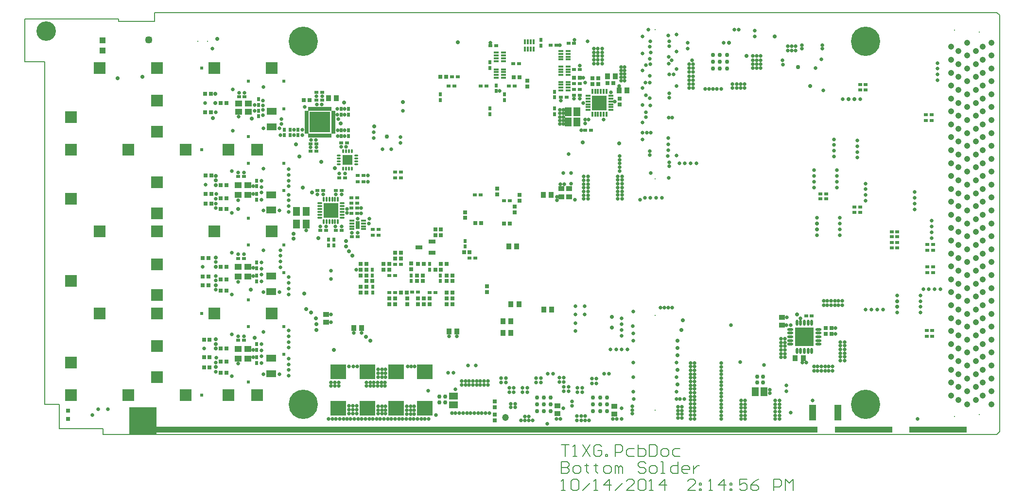
<source format=gbs>
%FSLAX44Y44*%
%MOMM*%
G71*
G01*
G75*
G04 Layer_Color=16711935*
%ADD10O,0.9500X0.3500*%
%ADD11O,0.3500X0.9500*%
%ADD12R,3.1500X3.1500*%
%ADD13O,0.2800X0.8500*%
%ADD14O,0.8500X0.2800*%
%ADD15R,1.7000X1.7000*%
%ADD16R,0.4000X0.7500*%
%ADD17R,0.9000X0.2000*%
%ADD18R,2.0500X2.0500*%
%ADD19R,2.0500X2.0500*%
%ADD20R,0.2000X0.9000*%
%ADD21R,0.7500X0.4000*%
%ADD22R,0.5000X1.3000*%
%ADD23R,2.0000X0.5000*%
%ADD24R,0.3500X0.9000*%
%ADD25R,1.2000X2.6000*%
%ADD26R,0.6300X0.6500*%
%ADD27R,0.9200X4.0000*%
%ADD28R,2.6700X4.0000*%
%ADD29R,0.6000X0.6000*%
%ADD30R,0.2500X0.4000*%
%ADD31O,0.6500X0.2500*%
%ADD32O,0.2500X0.6500*%
%ADD33R,0.7000X0.5000*%
%ADD34R,0.6500X0.8000*%
%ADD35R,0.8000X0.8000*%
%ADD36R,2.8500X3.3000*%
%ADD37R,3.1750X4.9530*%
%ADD38R,1.2000X1.5000*%
%ADD39R,0.9500X0.5500*%
%ADD40R,2.7940X0.7366*%
%ADD41C,0.3300*%
%ADD42R,5.2000X1.4000*%
%ADD43R,2.6000X1.1000*%
%ADD44R,1.1000X1.7000*%
%ADD45R,1.1000X1.4000*%
%ADD46R,0.6000X0.5000*%
%ADD47C,0.4500*%
%ADD48R,2.5500X2.7000*%
%ADD49R,0.6000X0.6000*%
%ADD50R,0.5000X0.6000*%
%ADD51R,1.7000X1.1000*%
%ADD52R,0.9000X0.8000*%
%ADD53R,0.8000X0.9000*%
%ADD54R,1.1000X2.6000*%
%ADD55R,1.4000X5.2000*%
%ADD56R,2.7000X2.5500*%
%ADD57R,4.9530X3.1750*%
%ADD58R,3.1500X3.1500*%
%ADD59C,0.2540*%
%ADD60C,0.1270*%
%ADD61C,0.5040*%
%ADD62C,0.5588*%
%ADD63C,0.5080*%
%ADD64C,0.2032*%
%ADD65C,0.3048*%
%ADD66C,0.1651*%
%ADD67C,0.3810*%
%ADD68C,0.1524*%
%ADD69R,0.6000X0.5000*%
%ADD70R,2.5000X0.7000*%
%ADD71R,2.3000X5.0000*%
%ADD72R,11.1000X6.2500*%
%ADD73R,2.8000X0.9000*%
%ADD74R,2.2000X2.1000*%
%ADD75R,1.2000X3.0000*%
%ADD76R,2.2000X1.8000*%
%ADD77R,5.2500X2.0000*%
%ADD78R,2.6000X2.7000*%
%ADD79R,1.6000X3.4000*%
%ADD80R,3.0000X4.3000*%
%ADD81R,1.9500X0.7500*%
%ADD82R,4.4500X1.0500*%
%ADD83R,1.0500X4.5000*%
%ADD84R,6.2000X6.0500*%
%ADD85R,1.1000X3.5000*%
%ADD86R,1.0000X1.4000*%
%ADD87R,1.6000X0.7000*%
%ADD88R,2.6500X1.5500*%
%ADD89R,2.3000X2.0500*%
%ADD90R,6.2000X5.1000*%
%ADD91R,15.8500X3.5500*%
%ADD92R,1.4000X1.3000*%
%ADD93R,1.7500X0.8000*%
%ADD94R,6.0000X4.0000*%
%ADD95R,0.6000X0.6500*%
%ADD96R,7.5500X2.8500*%
%ADD97R,1.6000X2.4500*%
%ADD98R,0.7500X1.9500*%
%ADD99R,2.5500X1.3000*%
%ADD100R,1.8500X1.5000*%
%ADD101R,2.5000X1.0000*%
%ADD102R,4.6000X1.0000*%
%ADD103R,2.4000X0.9500*%
%ADD104R,2.5000X0.7250*%
%ADD105R,1.0000X0.5000*%
%ADD106R,1.4000X0.5000*%
%ADD107R,2.3000X1.5000*%
%ADD108R,0.8500X0.8000*%
%ADD109R,0.8500X0.8000*%
%ADD110R,1.2250X0.5000*%
%ADD111R,4.0000X1.5000*%
%ADD112R,4.0000X2.0000*%
%ADD113R,1.1750X1.6750*%
%ADD114R,3.7500X1.3000*%
%ADD115R,4.3000X3.2000*%
%ADD116R,3.3000X4.1000*%
%ADD117R,4.5000X3.2000*%
%ADD118R,2.3000X1.1000*%
%ADD119R,2.1000X1.0000*%
%ADD120R,2.8000X3.4000*%
%ADD121R,2.0000X0.8000*%
%ADD122R,1.3000X3.9000*%
%ADD123R,1.9000X0.6000*%
%ADD124R,1.0000X2.7000*%
%ADD125R,2.3500X0.7000*%
%ADD126R,2.3500X1.5000*%
%ADD127R,0.8000X2.0500*%
%ADD128R,0.8000X1.9000*%
%ADD129R,1.1000X1.4500*%
%ADD130R,3.7000X2.8500*%
%ADD131R,3.3500X9.0500*%
%ADD132R,4.3500X19.5500*%
%ADD133R,2.9000X11.0000*%
%ADD134R,4.1000X4.4000*%
%ADD135R,3.0000X4.4000*%
%ADD136R,3.0000X1.9500*%
%ADD137R,0.9000X1.1000*%
%ADD138R,0.6500X0.4500*%
%ADD139R,4.8000X1.4000*%
%ADD140R,1.9500X9.7500*%
%ADD141R,1.6000X6.3000*%
%ADD142R,5.2000X3.1000*%
%ADD143R,9.3000X3.0000*%
%ADD144R,5.8000X1.6000*%
%ADD145R,0.9000X1.4000*%
%ADD146R,2.1000X3.3000*%
%ADD147R,10.7000X1.1000*%
%ADD148R,1.0000X1.2000*%
%ADD149R,10.7000X1.6000*%
%ADD150R,2.6000X6.4000*%
%ADD151R,2.0000X3.0000*%
%ADD152R,0.9000X0.9000*%
%ADD153R,4.0000X4.9000*%
%ADD154R,0.8000X3.0000*%
%ADD155R,2.3000X1.7000*%
%ADD156R,3.0000X5.4000*%
%ADD157R,0.8000X0.7000*%
%ADD158R,0.8000X0.4000*%
%ADD159R,0.8000X0.7000*%
%ADD160R,0.7000X0.4000*%
%ADD161R,2.8000X0.7000*%
%ADD162R,1.0000X0.4000*%
%ADD163R,1.6500X0.8000*%
%ADD164R,1.1500X0.5000*%
%ADD165R,1.3500X0.8000*%
%ADD166R,1.1000X0.5000*%
%ADD167R,1.5500X1.5000*%
%ADD168R,1.6000X1.5000*%
%ADD169R,0.9500X1.0500*%
%ADD170R,0.9000X0.5000*%
%ADD171R,1.5000X0.9500*%
%ADD172C,0.1500*%
%ADD173C,0.5000*%
%ADD174R,2.0000X2.0000*%
%ADD175C,0.2000*%
%ADD176C,0.1270*%
%ADD177C,0.9500*%
%ADD178C,0.6000*%
%ADD179C,0.5080*%
%ADD180C,5.0000*%
%ADD181R,4.7000X4.7000*%
%ADD182C,3.3000*%
G04:AMPARAMS|DCode=183|XSize=1mm|YSize=1mm|CornerRadius=0.25mm|HoleSize=0mm|Usage=FLASHONLY|Rotation=0.000|XOffset=0mm|YOffset=0mm|HoleType=Round|Shape=RoundedRectangle|*
%AMROUNDEDRECTD183*
21,1,1.0000,0.5000,0,0,0.0*
21,1,0.5000,1.0000,0,0,0.0*
1,1,0.5000,0.2500,-0.2500*
1,1,0.5000,-0.2500,-0.2500*
1,1,0.5000,-0.2500,0.2500*
1,1,0.5000,0.2500,0.2500*
%
%ADD183ROUNDEDRECTD183*%
%ADD184C,0.6600*%
%ADD185C,0.5588*%
%ADD186C,1.0160*%
%ADD187C,1.3970*%
%ADD188C,0.8890*%
%ADD189C,2.8000*%
%ADD190R,1.6000X0.5000*%
%ADD191R,0.5000X1.6000*%
%ADD192R,2.5000X3.3000*%
%ADD193R,10.0000X6.4000*%
%ADD194R,5.0000X3.3000*%
%ADD195R,1.4000X1.6000*%
%ADD196C,1.4580*%
%ADD197C,1.5580*%
%ADD198C,1.3580*%
%ADD199C,2.0580*%
%ADD200C,1.2080*%
%ADD201C,1.4080*%
%ADD202C,1.3480*%
%ADD203C,1.1680*%
%ADD204C,1.5240*%
%ADD205C,2.3080*%
G04:AMPARAMS|DCode=206|XSize=1.158mm|YSize=1.158mm|CornerRadius=0mm|HoleSize=0mm|Usage=FLASHONLY|Rotation=0.000|XOffset=0mm|YOffset=0mm|HoleType=Round|Shape=Relief|Width=0.254mm|Gap=0.127mm|Entries=4|*
%AMTHD206*
7,0,0,1.1580,0.9040,0.2540,45*
%
%ADD206THD206*%
%ADD207C,1.1580*%
%ADD208C,2.5080*%
%ADD209C,0.7064*%
G04:AMPARAMS|DCode=210|XSize=0.7064mm|YSize=0.7064mm|CornerRadius=0mm|HoleSize=0mm|Usage=FLASHONLY|Rotation=0.000|XOffset=0mm|YOffset=0mm|HoleType=Round|Shape=Relief|Width=0.2032mm|Gap=0.1016mm|Entries=4|*
%AMTHD210*
7,0,0,0.7064,0.5032,0.2032,45*
%
%ADD210THD210*%
G04:AMPARAMS|DCode=211|XSize=0.5588mm|YSize=0.5588mm|CornerRadius=0mm|HoleSize=0mm|Usage=FLASHONLY|Rotation=0.000|XOffset=0mm|YOffset=0mm|HoleType=Round|Shape=Relief|Width=0.2032mm|Gap=0.1016mm|Entries=4|*
%AMTHD211*
7,0,0,0.5588,0.3556,0.2032,45*
%
%ADD211THD211*%
%ADD212C,3.0080*%
%ADD213C,3.1064*%
%ADD214O,11.0064X2.0064*%
%ADD215C,2.9064*%
%ADD216C,0.8128*%
%ADD217C,0.8080*%
%ADD218R,1.6000X0.5000*%
%ADD219R,5.0000X9.7000*%
%ADD220R,5.0000X6.4000*%
%ADD221C,0.8380*%
%ADD222C,0.1778*%
%ADD223R,7.5000X9.7000*%
%ADD224R,2.5000X3.2000*%
%ADD225R,2.5000X9.7000*%
%ADD226R,7.5000X3.2000*%
%ADD227R,5.0000X6.5000*%
%ADD228R,2.5000X3.3000*%
%ADD229R,2.5000X6.4000*%
%ADD230R,10.0000X6.5000*%
%ADD231R,5.0000X3.2000*%
%ADD232R,0.7500X0.3000*%
%ADD233R,2.4500X2.4500*%
%ADD234R,1.1500X0.6000*%
%ADD235O,0.8000X0.2500*%
%ADD236O,0.2500X0.8000*%
%ADD237R,2.5500X2.5500*%
%ADD238R,0.8000X0.3000*%
%ADD239R,0.7000X1.3000*%
%ADD240R,1.0000X1.0000*%
%ADD241R,0.7000X0.7000*%
%ADD242R,1.0000X1.5000*%
%ADD243R,0.7000X0.6000*%
%ADD244R,10.0000X1.0000*%
%ADD245R,116.0000X1.0000*%
%ADD246R,3.5000X3.5000*%
%ADD247R,0.3700X0.5900*%
%ADD248R,0.5900X0.3700*%
%ADD249R,1.2000X1.4000*%
%ADD250R,1.1000X1.0000*%
%ADD251R,0.3000X0.7500*%
%ADD252R,1.4000X1.1000*%
%ADD253R,1.7000X1.7000*%
%ADD254R,3.9500X1.6500*%
%ADD255R,1.7000X1.5500*%
%ADD256R,2.3000X0.7000*%
%ADD257R,1.1000X2.5000*%
%ADD258R,2.6000X0.8000*%
%ADD259R,1.0000X0.8000*%
%ADD260R,6.2000X1.6500*%
%ADD261R,6.9500X4.5000*%
%ADD262R,1.0922X7.6454*%
%ADD263R,2.4000X3.2000*%
%ADD264R,1.4000X1.4000*%
%ADD265R,1.5000X1.7500*%
%ADD266R,18.5500X5.4500*%
%ADD267R,17.5000X4.3500*%
%ADD268R,1.4000X1.2500*%
%ADD269R,1.5000X1.5500*%
%ADD270R,2.3500X1.1500*%
%ADD271R,2.5500X2.2500*%
%ADD272R,3.3500X2.1000*%
%ADD273R,2.0000X1.4500*%
%ADD274R,2.1000X2.1000*%
%ADD275R,2.4500X1.1000*%
%ADD276R,2.4000X1.9500*%
%ADD277R,1.1000X0.6000*%
%ADD278R,0.9398X10.6426*%
%ADD279R,6.3246X1.2192*%
%ADD280R,7.1882X1.6510*%
%ADD281R,1.1000X1.0000*%
%ADD282R,0.6000X2.0000*%
%ADD283R,1.3000X0.8000*%
%ADD284R,1.8500X1.1500*%
%ADD285C,0.2500*%
%ADD286C,0.2000*%
%ADD287C,0.1016*%
%ADD288R,1.3000X1.3000*%
%ADD289R,0.7000X0.7000*%
%ADD290R,0.8200X0.8200*%
%ADD291R,0.8200X0.8200*%
%ADD292R,1.3000X1.3000*%
%ADD293R,1.4000X1.4000*%
%ADD294O,1.0516X0.4516*%
%ADD295O,0.4516X1.0516*%
%ADD296R,3.2516X3.2516*%
%ADD297O,0.3816X0.9516*%
%ADD298O,0.9516X0.3816*%
%ADD299R,1.8016X1.8016*%
%ADD300R,0.5016X0.8516*%
%ADD301R,1.0016X0.3016*%
%ADD302R,2.1516X2.1516*%
%ADD303R,2.1516X2.1516*%
%ADD304R,0.3016X1.0016*%
%ADD305R,0.8516X0.5016*%
%ADD306R,0.6016X1.4016*%
%ADD307R,2.1016X0.6016*%
%ADD308R,0.4516X1.0016*%
%ADD309R,1.3016X2.7016*%
%ADD310R,0.7316X0.7516*%
%ADD311R,1.0216X4.1016*%
%ADD312R,2.7716X4.1016*%
%ADD313R,0.7016X0.7016*%
%ADD314R,0.3516X0.5016*%
%ADD315O,0.7516X0.3516*%
%ADD316O,0.3516X0.7516*%
%ADD317R,0.8016X0.6016*%
%ADD318R,0.7516X0.9016*%
%ADD319R,0.9016X0.9016*%
%ADD320R,2.9516X3.4016*%
%ADD321R,3.2766X5.0546*%
%ADD322R,1.3016X1.6016*%
%ADD323R,1.0516X0.6516*%
%ADD324R,2.8956X0.8382*%
%ADD325C,0.4316*%
%ADD326R,5.3016X1.5016*%
%ADD327R,2.7016X1.2016*%
%ADD328R,1.2016X1.8016*%
%ADD329R,1.2016X1.5016*%
%ADD330R,0.7016X0.6016*%
%ADD331C,0.5516*%
%ADD332R,2.6516X2.8016*%
%ADD333R,0.7016X0.7016*%
%ADD334R,0.6016X0.7016*%
%ADD335R,1.8016X1.2016*%
%ADD336R,1.0016X0.9016*%
%ADD337R,0.9016X1.0016*%
%ADD338R,1.2016X2.7016*%
%ADD339R,1.5016X5.3016*%
%ADD340R,2.8016X2.6516*%
%ADD341R,5.0546X3.2766*%
%ADD342R,3.2516X3.2516*%
%ADD343C,0.6016*%
%ADD344R,2.1016X2.1016*%
%ADD345C,0.3016*%
%ADD346C,0.2286*%
%ADD347C,1.0516*%
%ADD348C,5.1016*%
%ADD349R,4.8016X4.8016*%
%ADD350C,3.4016*%
G04:AMPARAMS|DCode=351|XSize=1.1016mm|YSize=1.1016mm|CornerRadius=0.2754mm|HoleSize=0mm|Usage=FLASHONLY|Rotation=0.000|XOffset=0mm|YOffset=0mm|HoleType=Round|Shape=RoundedRectangle|*
%AMROUNDEDRECTD351*
21,1,1.1016,0.5508,0,0,0.0*
21,1,0.5508,1.1016,0,0,0.0*
1,1,0.5508,0.2754,-0.2754*
1,1,0.5508,-0.2754,-0.2754*
1,1,0.5508,-0.2754,0.2754*
1,1,0.5508,0.2754,0.2754*
%
%ADD351ROUNDEDRECTD351*%
%ADD352C,0.7616*%
%ADD353C,0.6604*%
%ADD354C,0.7016*%
%ADD355C,1.2000*%
%ADD356R,0.8516X0.4016*%
%ADD357R,2.5516X2.5516*%
%ADD358R,1.2516X0.7016*%
%ADD359O,0.9016X0.3516*%
%ADD360O,0.3516X0.9016*%
%ADD361R,2.6516X2.6516*%
%ADD362R,0.9016X0.4016*%
%ADD363R,0.8016X1.4016*%
%ADD364R,1.1016X1.1016*%
%ADD365R,0.8016X0.8016*%
%ADD366R,0.8016X0.7016*%
%ADD367R,10.1016X1.1016*%
%ADD368R,116.1016X1.1016*%
%ADD369R,3.6016X3.6016*%
%ADD370R,0.4716X0.6916*%
%ADD371R,0.6916X0.4716*%
%ADD372R,1.3016X1.5016*%
%ADD373R,1.2016X1.1016*%
%ADD374R,0.4016X0.8516*%
%ADD375R,1.5016X1.2016*%
%ADD376R,1.8016X1.8016*%
D68*
X935000Y-100006D02*
Y-120000D01*
X944997D01*
X948329Y-116668D01*
Y-113336D01*
X944997Y-110003D01*
X935000D01*
X944997D01*
X948329Y-106671D01*
Y-103339D01*
X944997Y-100006D01*
X935000D01*
X958326Y-120000D02*
X964990D01*
X968323Y-116668D01*
Y-110003D01*
X964990Y-106671D01*
X958326D01*
X954994Y-110003D01*
Y-116668D01*
X958326Y-120000D01*
X978319Y-103339D02*
Y-106671D01*
X974987D01*
X981652D01*
X978319D01*
Y-116668D01*
X981652Y-120000D01*
X994981Y-103339D02*
Y-106671D01*
X991648D01*
X998313D01*
X994981D01*
Y-116668D01*
X998313Y-120000D01*
X1011642D02*
X1018307D01*
X1021639Y-116668D01*
Y-110003D01*
X1018307Y-106671D01*
X1011642D01*
X1008310Y-110003D01*
Y-116668D01*
X1011642Y-120000D01*
X1028303D02*
Y-106671D01*
X1031636D01*
X1034968Y-110003D01*
Y-120000D01*
Y-110003D01*
X1038300Y-106671D01*
X1041632Y-110003D01*
Y-120000D01*
X1081619Y-103339D02*
X1078287Y-100006D01*
X1071623D01*
X1068290Y-103339D01*
Y-106671D01*
X1071623Y-110003D01*
X1078287D01*
X1081619Y-113336D01*
Y-116668D01*
X1078287Y-120000D01*
X1071623D01*
X1068290Y-116668D01*
X1091616Y-120000D02*
X1098281D01*
X1101613Y-116668D01*
Y-110003D01*
X1098281Y-106671D01*
X1091616D01*
X1088284Y-110003D01*
Y-116668D01*
X1091616Y-120000D01*
X1108278D02*
X1114942D01*
X1111610D01*
Y-100006D01*
X1108278D01*
X1138268D02*
Y-120000D01*
X1128271D01*
X1124939Y-116668D01*
Y-110003D01*
X1128271Y-106671D01*
X1138268D01*
X1154929Y-120000D02*
X1148265D01*
X1144932Y-116668D01*
Y-110003D01*
X1148265Y-106671D01*
X1154929D01*
X1158261Y-110003D01*
Y-113336D01*
X1144932D01*
X1164926Y-106671D02*
Y-120000D01*
Y-113336D01*
X1168258Y-110003D01*
X1171590Y-106671D01*
X1174923D01*
X1168329Y-150000D02*
X1155000D01*
X1168329Y-136671D01*
Y-133339D01*
X1164997Y-130006D01*
X1158332D01*
X1155000Y-133339D01*
X1174994Y-136671D02*
X1178326D01*
Y-140003D01*
X1174994D01*
Y-136671D01*
Y-146668D02*
X1178326D01*
Y-150000D01*
X1174994D01*
Y-146668D01*
X1191655Y-150000D02*
X1198319D01*
X1194987D01*
Y-130006D01*
X1191655Y-133339D01*
X1218313Y-150000D02*
Y-130006D01*
X1208316Y-140003D01*
X1221645D01*
X1228310Y-136671D02*
X1231642D01*
Y-140003D01*
X1228310D01*
Y-136671D01*
Y-146668D02*
X1231642D01*
Y-150000D01*
X1228310D01*
Y-146668D01*
X1258300Y-130006D02*
X1244971D01*
Y-140003D01*
X1251636Y-136671D01*
X1254968D01*
X1258300Y-140003D01*
Y-146668D01*
X1254968Y-150000D01*
X1248303D01*
X1244971Y-146668D01*
X1278294Y-130006D02*
X1271629Y-133339D01*
X1264965Y-140003D01*
Y-146668D01*
X1268297Y-150000D01*
X1274961D01*
X1278294Y-146668D01*
Y-143336D01*
X1274961Y-140003D01*
X1264965D01*
X1304952Y-150000D02*
Y-130006D01*
X1314948D01*
X1318281Y-133339D01*
Y-140003D01*
X1314948Y-143336D01*
X1304952D01*
X1324945Y-150000D02*
Y-130006D01*
X1331610Y-136671D01*
X1338274Y-130006D01*
Y-150000D01*
X935000D02*
X941665D01*
X938332D01*
Y-130006D01*
X935000Y-133339D01*
X951661D02*
X954994Y-130006D01*
X961658D01*
X964990Y-133339D01*
Y-146668D01*
X961658Y-150000D01*
X954994D01*
X951661Y-146668D01*
Y-133339D01*
X971655Y-150000D02*
X984984Y-136671D01*
X991648Y-150000D02*
X998313D01*
X994981D01*
Y-130006D01*
X991648Y-133339D01*
X1018307Y-150000D02*
Y-130006D01*
X1008310Y-140003D01*
X1021639D01*
X1028303Y-150000D02*
X1041632Y-136671D01*
X1061626Y-150000D02*
X1048297D01*
X1061626Y-136671D01*
Y-133339D01*
X1058294Y-130006D01*
X1051629D01*
X1048297Y-133339D01*
X1068290D02*
X1071623Y-130006D01*
X1078287D01*
X1081619Y-133339D01*
Y-146668D01*
X1078287Y-150000D01*
X1071623D01*
X1068290Y-146668D01*
Y-133339D01*
X1088284Y-150000D02*
X1094948D01*
X1091616D01*
Y-130006D01*
X1088284Y-133339D01*
X1114942Y-150000D02*
Y-130006D01*
X1104945Y-140003D01*
X1118274D01*
X935000Y-70006D02*
X948329D01*
X941665D01*
Y-90000D01*
X954994D02*
X961658D01*
X958326D01*
Y-70006D01*
X954994Y-73339D01*
X971655Y-70006D02*
X984984Y-90000D01*
Y-70006D02*
X971655Y-90000D01*
X1004977Y-73339D02*
X1001645Y-70006D01*
X994981D01*
X991648Y-73339D01*
Y-86668D01*
X994981Y-90000D01*
X1001645D01*
X1004977Y-86668D01*
Y-80003D01*
X998313D01*
X1011642Y-90000D02*
Y-86668D01*
X1014974D01*
Y-90000D01*
X1011642D01*
X1028303D02*
Y-70006D01*
X1038300D01*
X1041632Y-73339D01*
Y-80003D01*
X1038300Y-83336D01*
X1028303D01*
X1061626Y-76671D02*
X1051629D01*
X1048297Y-80003D01*
Y-86668D01*
X1051629Y-90000D01*
X1061626D01*
X1068290Y-70006D02*
Y-90000D01*
X1078287D01*
X1081619Y-86668D01*
Y-83336D01*
Y-80003D01*
X1078287Y-76671D01*
X1068290D01*
X1088284Y-70006D02*
Y-90000D01*
X1098281D01*
X1101613Y-86668D01*
Y-73339D01*
X1098281Y-70006D01*
X1088284D01*
X1111610Y-90000D02*
X1118274D01*
X1121607Y-86668D01*
Y-80003D01*
X1118274Y-76671D01*
X1111610D01*
X1108278Y-80003D01*
Y-86668D01*
X1111610Y-90000D01*
X1141600Y-76671D02*
X1131603D01*
X1128271Y-80003D01*
Y-86668D01*
X1131603Y-90000D01*
X1141600D01*
D172*
X0Y597000D02*
Y672000D01*
X163000D01*
Y667000D02*
Y672000D01*
Y667000D02*
X226000D01*
Y683000D01*
X1693000D01*
X136000Y-52000D02*
X1693000D01*
X136000D02*
Y-42000D01*
X60000D02*
X136000D01*
X60000D02*
Y0D01*
X35000D02*
X60000D01*
X0Y597000D02*
X35000D01*
Y0D02*
Y597000D01*
X1693000Y683000D02*
X1698000Y678000D01*
X1693000Y-52000D02*
X1698000Y-47000D01*
Y678000D01*
D294*
X1382250Y105000D02*
D03*
Y111500D02*
D03*
Y118000D02*
D03*
Y124500D02*
D03*
Y131000D02*
D03*
X1333750D02*
D03*
Y124500D02*
D03*
Y118000D02*
D03*
Y111500D02*
D03*
Y105000D02*
D03*
D295*
X1371000Y142250D02*
D03*
X1364500D02*
D03*
X1358000D02*
D03*
X1351500D02*
D03*
X1345000D02*
D03*
Y93750D02*
D03*
X1351500D02*
D03*
X1358000D02*
D03*
X1364500D02*
D03*
X1371000D02*
D03*
D297*
X988500Y545250D02*
D03*
X993500D02*
D03*
X998500D02*
D03*
X1003500D02*
D03*
X1008500D02*
D03*
X1013500D02*
D03*
Y505750D02*
D03*
X1008500D02*
D03*
X1003500D02*
D03*
X998500D02*
D03*
X993500D02*
D03*
X988500D02*
D03*
D298*
X981250Y513000D02*
D03*
Y518000D02*
D03*
Y523000D02*
D03*
Y528000D02*
D03*
Y533000D02*
D03*
Y538000D02*
D03*
X1020750D02*
D03*
Y533000D02*
D03*
Y528000D02*
D03*
Y523000D02*
D03*
Y518000D02*
D03*
Y513000D02*
D03*
D309*
X1372000Y-14000D02*
D03*
X1416000D02*
D03*
D313*
X324000Y509000D02*
D03*
X314000D02*
D03*
X693000Y215000D02*
D03*
X683000D02*
D03*
X693000Y225000D02*
D03*
X683000D02*
D03*
X585000D02*
D03*
X595000D02*
D03*
X585000Y235000D02*
D03*
X595000D02*
D03*
X595000Y245000D02*
D03*
X585000D02*
D03*
X310000Y255000D02*
D03*
X320000D02*
D03*
X999000Y568000D02*
D03*
X989000D02*
D03*
X989000Y558000D02*
D03*
X999000D02*
D03*
X734000Y571000D02*
D03*
X724000D02*
D03*
X845000Y315000D02*
D03*
X835000D02*
D03*
X862000Y570000D02*
D03*
X852000D02*
D03*
X785000Y316000D02*
D03*
X795000D02*
D03*
X486000Y530000D02*
D03*
X496000D02*
D03*
X325000Y399000D02*
D03*
X315000D02*
D03*
X322000Y113000D02*
D03*
X312000D02*
D03*
X324000Y541000D02*
D03*
X314000D02*
D03*
X325000Y350000D02*
D03*
X315000D02*
D03*
X320000Y208000D02*
D03*
X310000D02*
D03*
X322000Y65000D02*
D03*
X312000D02*
D03*
X351000Y382000D02*
D03*
X341000D02*
D03*
X351000Y240000D02*
D03*
X341000D02*
D03*
X655000Y195000D02*
D03*
X665000D02*
D03*
X351000Y98000D02*
D03*
X341000D02*
D03*
X745000Y175000D02*
D03*
X735000D02*
D03*
X351000Y525000D02*
D03*
X341000D02*
D03*
X735000Y185000D02*
D03*
X745000D02*
D03*
X605000Y215000D02*
D03*
X595000D02*
D03*
Y205000D02*
D03*
X585000D02*
D03*
X595000Y195000D02*
D03*
X585000D02*
D03*
X745000Y225000D02*
D03*
X735000D02*
D03*
X735000Y215000D02*
D03*
X745000D02*
D03*
X735000Y195000D02*
D03*
X745000D02*
D03*
X735000Y245000D02*
D03*
X725000D02*
D03*
X715000Y235000D02*
D03*
X725000D02*
D03*
X695000Y245000D02*
D03*
X685000D02*
D03*
X775000Y265000D02*
D03*
X765000D02*
D03*
X1395000Y123000D02*
D03*
X1405000D02*
D03*
X1395000Y133000D02*
D03*
X1405000D02*
D03*
X1015000Y560000D02*
D03*
X1025000D02*
D03*
X967000Y569000D02*
D03*
X957000D02*
D03*
X341000Y359000D02*
D03*
X351000D02*
D03*
X341000Y218000D02*
D03*
X351000D02*
D03*
X341000Y75000D02*
D03*
X351000D02*
D03*
X341000Y341000D02*
D03*
X351000D02*
D03*
X341000Y198000D02*
D03*
X351000D02*
D03*
X341000Y55000D02*
D03*
X351000D02*
D03*
X325000Y367000D02*
D03*
X315000D02*
D03*
X320000Y223000D02*
D03*
X310000D02*
D03*
X322000Y82000D02*
D03*
X312000D02*
D03*
D315*
X577250Y433500D02*
D03*
Y428500D02*
D03*
Y423500D02*
D03*
Y418500D02*
D03*
X546750D02*
D03*
Y423500D02*
D03*
Y428500D02*
D03*
Y433500D02*
D03*
D316*
X569500Y410750D02*
D03*
X564500D02*
D03*
X559500D02*
D03*
X554500D02*
D03*
Y441250D02*
D03*
X559500D02*
D03*
X564500D02*
D03*
X569500D02*
D03*
D329*
X1272500Y22500D02*
D03*
X1287500D02*
D03*
X946500Y492000D02*
D03*
X961500D02*
D03*
X946500Y510000D02*
D03*
X961500D02*
D03*
D330*
X861000Y594000D02*
D03*
X851000D02*
D03*
X804000Y555000D02*
D03*
X794000D02*
D03*
X754000Y571000D02*
D03*
X744000D02*
D03*
X947000Y629000D02*
D03*
X957000D02*
D03*
Y584000D02*
D03*
X967000D02*
D03*
X944000Y535000D02*
D03*
X934000D02*
D03*
X821000Y625000D02*
D03*
X811000D02*
D03*
X784000Y365000D02*
D03*
X794000D02*
D03*
X372000Y112000D02*
D03*
X382000D02*
D03*
X372000Y254500D02*
D03*
X382000D02*
D03*
X372000Y397000D02*
D03*
X382000D02*
D03*
X373000Y536000D02*
D03*
X383000D02*
D03*
X1455000Y557000D02*
D03*
X1465000D02*
D03*
X1455000Y548000D02*
D03*
X1465000D02*
D03*
X1570000Y505000D02*
D03*
X1580000D02*
D03*
X1570000Y495000D02*
D03*
X1580000D02*
D03*
X1386000Y367000D02*
D03*
X1396000D02*
D03*
X1386000Y358000D02*
D03*
X1396000D02*
D03*
X590000Y388000D02*
D03*
X580000D02*
D03*
X590000Y399000D02*
D03*
X580000D02*
D03*
X579000Y351000D02*
D03*
X569000D02*
D03*
X579000Y360000D02*
D03*
X569000D02*
D03*
X1445000Y344000D02*
D03*
X1455000D02*
D03*
X1445000Y335000D02*
D03*
X1455000D02*
D03*
X1510000Y301000D02*
D03*
X1520000D02*
D03*
X1510000Y292000D02*
D03*
X1520000D02*
D03*
X1510000Y282000D02*
D03*
X1520000D02*
D03*
X1510000Y273000D02*
D03*
X1520000D02*
D03*
X655000Y395000D02*
D03*
X645000D02*
D03*
X655000Y405000D02*
D03*
X645000D02*
D03*
X1572000Y279000D02*
D03*
X1582000D02*
D03*
X1572000Y269000D02*
D03*
X1582000D02*
D03*
X1572000Y230000D02*
D03*
X1582000D02*
D03*
X1572000Y240000D02*
D03*
X1582000D02*
D03*
X1571000Y129000D02*
D03*
X1581000D02*
D03*
X1571000Y119000D02*
D03*
X1581000D02*
D03*
X616000Y295000D02*
D03*
X606000D02*
D03*
X616000Y305000D02*
D03*
X606000D02*
D03*
X580000Y292000D02*
D03*
X570000D02*
D03*
X510000Y373000D02*
D03*
X520000D02*
D03*
X552000Y373000D02*
D03*
X542000D02*
D03*
X579000Y333000D02*
D03*
X569000D02*
D03*
X579000Y342000D02*
D03*
X569000D02*
D03*
X525000Y303000D02*
D03*
X515000D02*
D03*
X552000Y303000D02*
D03*
X542000D02*
D03*
X748000Y555000D02*
D03*
X738000D02*
D03*
X853000D02*
D03*
X843000D02*
D03*
X916000Y626000D02*
D03*
X926000D02*
D03*
X835000Y355000D02*
D03*
X845000D02*
D03*
X551000Y456000D02*
D03*
X561000D02*
D03*
X548000Y395000D02*
D03*
X558000D02*
D03*
X498000Y454000D02*
D03*
X508000D02*
D03*
X508000Y544000D02*
D03*
X518000D02*
D03*
X508000Y530000D02*
D03*
X518000D02*
D03*
X498000Y441000D02*
D03*
X508000D02*
D03*
X635000Y195000D02*
D03*
X645000D02*
D03*
X715000Y195000D02*
D03*
X705000D02*
D03*
X685000Y196000D02*
D03*
X675000D02*
D03*
X785000Y255000D02*
D03*
X775000D02*
D03*
X635000Y225000D02*
D03*
X645000D02*
D03*
Y244000D02*
D03*
X655000D02*
D03*
X976000Y478000D02*
D03*
X986000D02*
D03*
X1361000Y154000D02*
D03*
X1371000D02*
D03*
X967000Y539000D02*
D03*
X957000D02*
D03*
X967000Y549000D02*
D03*
X957000D02*
D03*
X967000Y559000D02*
D03*
X957000D02*
D03*
D333*
X673000Y246000D02*
D03*
Y236000D02*
D03*
X645000Y264000D02*
D03*
Y254000D02*
D03*
X655000Y264000D02*
D03*
Y254000D02*
D03*
X625000Y245000D02*
D03*
Y235000D02*
D03*
X635000Y245000D02*
D03*
Y235000D02*
D03*
X875000Y554000D02*
D03*
Y564000D02*
D03*
X853000Y345000D02*
D03*
Y335000D02*
D03*
X862000Y355000D02*
D03*
Y365000D02*
D03*
X805000Y196000D02*
D03*
Y206000D02*
D03*
X767000Y335000D02*
D03*
Y325000D02*
D03*
X823000Y366000D02*
D03*
Y376000D02*
D03*
X635000Y175000D02*
D03*
Y185000D02*
D03*
X645000Y185000D02*
D03*
Y175000D02*
D03*
X705000Y185000D02*
D03*
Y175000D02*
D03*
X695000Y175000D02*
D03*
Y185000D02*
D03*
X685000Y185000D02*
D03*
Y175000D02*
D03*
X666000Y185000D02*
D03*
Y175000D02*
D03*
X1036000Y523000D02*
D03*
Y533000D02*
D03*
X818500Y-4500D02*
D03*
Y5500D02*
D03*
Y-17500D02*
D03*
Y-27500D02*
D03*
D334*
X923000Y545000D02*
D03*
Y535000D02*
D03*
X899000Y635000D02*
D03*
Y625000D02*
D03*
X821000Y556000D02*
D03*
Y546000D02*
D03*
X605000Y225000D02*
D03*
Y235000D02*
D03*
X404000Y95000D02*
D03*
Y105000D02*
D03*
Y237500D02*
D03*
Y247500D02*
D03*
Y380000D02*
D03*
Y390000D02*
D03*
X407000Y512000D02*
D03*
Y502000D02*
D03*
X404000Y82000D02*
D03*
Y72000D02*
D03*
Y224500D02*
D03*
Y214500D02*
D03*
Y367000D02*
D03*
Y357000D02*
D03*
X407000Y522000D02*
D03*
Y532000D02*
D03*
X529000Y277000D02*
D03*
Y287000D02*
D03*
X538000Y277000D02*
D03*
Y287000D02*
D03*
X724000Y540000D02*
D03*
Y530000D02*
D03*
X810000Y516000D02*
D03*
Y506000D02*
D03*
X836000Y540000D02*
D03*
Y530000D02*
D03*
X923000Y516000D02*
D03*
Y506000D02*
D03*
X810000Y596000D02*
D03*
Y586000D02*
D03*
X452000Y479000D02*
D03*
Y469000D02*
D03*
X564000Y468000D02*
D03*
Y478000D02*
D03*
X551000Y468000D02*
D03*
Y478000D02*
D03*
X476000Y479000D02*
D03*
Y469000D02*
D03*
X551000Y505000D02*
D03*
Y515000D02*
D03*
X462000Y479000D02*
D03*
Y469000D02*
D03*
X564000Y505000D02*
D03*
Y515000D02*
D03*
X606000Y205000D02*
D03*
Y195000D02*
D03*
X724000Y225000D02*
D03*
Y215000D02*
D03*
X705000Y235000D02*
D03*
Y245000D02*
D03*
X767000Y275000D02*
D03*
Y285000D02*
D03*
X673000Y225000D02*
D03*
Y215000D02*
D03*
D335*
X430000Y510500D02*
D03*
Y483500D02*
D03*
X429000Y80500D02*
D03*
Y53500D02*
D03*
Y223500D02*
D03*
Y196500D02*
D03*
Y365500D02*
D03*
Y338500D02*
D03*
D336*
X1319000Y138000D02*
D03*
Y152000D02*
D03*
X1027000Y-17000D02*
D03*
Y-3000D02*
D03*
X928000Y-16000D02*
D03*
Y-2000D02*
D03*
X525000Y157000D02*
D03*
Y143000D02*
D03*
X948000Y376000D02*
D03*
Y362000D02*
D03*
X935000Y376000D02*
D03*
Y362000D02*
D03*
D337*
X573000Y133000D02*
D03*
X587000D02*
D03*
X1356000Y81000D02*
D03*
X1342000D02*
D03*
X543000Y534000D02*
D03*
X529000D02*
D03*
X1015000Y572000D02*
D03*
X1029000D02*
D03*
X1035000Y547000D02*
D03*
X1049000D02*
D03*
X739000Y127000D02*
D03*
X753000D02*
D03*
X918000Y165000D02*
D03*
X904000D02*
D03*
X843000Y275000D02*
D03*
X857000D02*
D03*
X833000Y145000D02*
D03*
X847000D02*
D03*
X833000Y125000D02*
D03*
X847000D02*
D03*
Y175000D02*
D03*
X861000D02*
D03*
X903000Y365000D02*
D03*
X917000D02*
D03*
D340*
X546000Y57000D02*
D03*
Y-6500D02*
D03*
X697000Y57000D02*
D03*
Y-6500D02*
D03*
X647000Y57000D02*
D03*
Y-6500D02*
D03*
X597000Y57000D02*
D03*
Y-6500D02*
D03*
D342*
X1358000Y118000D02*
D03*
D343*
X451000Y135500D02*
D03*
Y87500D02*
D03*
Y278000D02*
D03*
Y230000D02*
D03*
Y420500D02*
D03*
Y372500D02*
D03*
X308000Y16300D02*
D03*
Y443800D02*
D03*
Y586300D02*
D03*
Y158800D02*
D03*
X451000Y515000D02*
D03*
Y563000D02*
D03*
X389000Y278000D02*
D03*
Y182000D02*
D03*
Y324500D02*
D03*
Y420500D02*
D03*
Y563000D02*
D03*
Y467000D02*
D03*
Y39500D02*
D03*
Y135500D02*
D03*
D344*
X230000Y387000D02*
D03*
X280000Y443800D02*
D03*
X180000D02*
D03*
X80000D02*
D03*
Y500500D02*
D03*
X230000Y475500D02*
D03*
Y529500D02*
D03*
X330000Y586300D02*
D03*
X230000D02*
D03*
X130000D02*
D03*
X405000Y443800D02*
D03*
X330000Y158800D02*
D03*
X230000Y102000D02*
D03*
X430000Y586300D02*
D03*
X230000Y333000D02*
D03*
X80000Y358000D02*
D03*
X430000Y158800D02*
D03*
X180000Y16300D02*
D03*
X80000Y73000D02*
D03*
Y16300D02*
D03*
X230000Y48000D02*
D03*
Y244500D02*
D03*
Y190500D02*
D03*
X80000Y215500D02*
D03*
X130000Y158800D02*
D03*
X230000D02*
D03*
X355000Y443800D02*
D03*
X430000Y301300D02*
D03*
X405000Y16300D02*
D03*
X330000Y301300D02*
D03*
X355000Y16300D02*
D03*
X230000Y301300D02*
D03*
X130000D02*
D03*
X280000Y16300D02*
D03*
D345*
X1098000Y393000D02*
D03*
Y653000D02*
D03*
X301300Y632500D02*
D03*
X318300D02*
D03*
X1662500Y648500D02*
D03*
X1663000Y-17500D02*
D03*
X1620000Y652000D02*
D03*
Y-21000D02*
D03*
D346*
X1097680Y155350D02*
D03*
Y-9650D02*
D03*
D347*
X1684000Y630500D02*
D03*
X1669000Y623000D02*
D03*
X1656500Y615500D02*
D03*
X1684000Y608000D02*
D03*
X1669000Y600500D02*
D03*
X1656500Y593000D02*
D03*
X1684000Y585500D02*
D03*
X1669000Y578000D02*
D03*
X1656500Y570500D02*
D03*
X1684000Y563000D02*
D03*
X1669000Y555500D02*
D03*
X1656500Y548000D02*
D03*
X1684000Y540500D02*
D03*
X1669000Y533000D02*
D03*
X1656500Y525500D02*
D03*
X1684000Y518000D02*
D03*
X1669000Y510500D02*
D03*
X1656500Y503000D02*
D03*
X1684000Y495500D02*
D03*
X1669000Y488000D02*
D03*
X1656500Y480500D02*
D03*
X1684000Y473000D02*
D03*
X1669000Y465500D02*
D03*
X1656500Y458000D02*
D03*
X1684000Y450500D02*
D03*
X1669000Y443000D02*
D03*
X1656500Y435500D02*
D03*
X1684000Y428000D02*
D03*
X1669000Y420500D02*
D03*
X1656500Y413000D02*
D03*
X1684000Y405500D02*
D03*
X1669000Y398000D02*
D03*
X1656500Y390500D02*
D03*
X1684000Y383000D02*
D03*
X1669000Y375500D02*
D03*
X1656500Y368000D02*
D03*
X1684000Y360500D02*
D03*
X1669000Y353000D02*
D03*
X1656500Y345500D02*
D03*
X1684000Y338000D02*
D03*
X1669000Y330500D02*
D03*
X1656500Y323000D02*
D03*
X1684000Y315500D02*
D03*
X1669000Y308000D02*
D03*
X1656500Y300500D02*
D03*
X1684000Y293000D02*
D03*
X1669000Y285500D02*
D03*
X1656500Y278000D02*
D03*
X1684000Y270500D02*
D03*
X1669000Y263000D02*
D03*
X1656500Y255500D02*
D03*
X1684000Y248000D02*
D03*
X1669000Y240500D02*
D03*
X1656500Y233000D02*
D03*
X1684000Y225500D02*
D03*
X1669000Y218000D02*
D03*
X1656500Y210500D02*
D03*
X1684000Y203000D02*
D03*
X1669000Y195500D02*
D03*
X1656500Y188000D02*
D03*
X1684000Y180500D02*
D03*
X1669000Y173000D02*
D03*
X1656500Y165500D02*
D03*
X1684000Y158000D02*
D03*
X1669000Y150500D02*
D03*
X1656500Y143000D02*
D03*
X1684000Y135500D02*
D03*
X1669000Y128000D02*
D03*
X1656500Y120500D02*
D03*
X1684000Y113000D02*
D03*
X1669000Y105500D02*
D03*
X1656500Y98000D02*
D03*
X1684000Y90500D02*
D03*
X1669000Y83000D02*
D03*
X1656500Y75500D02*
D03*
X1684000Y68000D02*
D03*
X1669000Y60500D02*
D03*
X1656500Y53000D02*
D03*
X1684000Y45500D02*
D03*
X1669000Y38000D02*
D03*
X1656500Y30500D02*
D03*
X1684000Y23000D02*
D03*
X1669000Y15500D02*
D03*
X1656500Y8000D02*
D03*
X1684000Y500D02*
D03*
X1641500D02*
D03*
X1626500Y8000D02*
D03*
X1614000Y15500D02*
D03*
X1641500Y23000D02*
D03*
X1626500Y30500D02*
D03*
X1614000Y38000D02*
D03*
X1641500Y45500D02*
D03*
X1626500Y53000D02*
D03*
X1614000Y60500D02*
D03*
X1641500Y68000D02*
D03*
X1626500Y75500D02*
D03*
X1614000Y83000D02*
D03*
X1641500Y90500D02*
D03*
X1626500Y98000D02*
D03*
X1614000Y105500D02*
D03*
X1641500Y113000D02*
D03*
X1626500Y120500D02*
D03*
X1614000Y128000D02*
D03*
X1641500Y135500D02*
D03*
X1626500Y143000D02*
D03*
X1614000Y150500D02*
D03*
X1641500Y158000D02*
D03*
X1626500Y165500D02*
D03*
X1614000Y173000D02*
D03*
X1641500Y180500D02*
D03*
X1626500Y188000D02*
D03*
X1614000Y195500D02*
D03*
X1641500Y203000D02*
D03*
X1626500Y210500D02*
D03*
X1614000Y218000D02*
D03*
X1641500Y225500D02*
D03*
X1626500Y233000D02*
D03*
X1614000Y240500D02*
D03*
X1641500Y248000D02*
D03*
X1626500Y255500D02*
D03*
X1614000Y263000D02*
D03*
X1641500Y270500D02*
D03*
X1626500Y278000D02*
D03*
X1614000Y285500D02*
D03*
X1641500Y293000D02*
D03*
X1626500Y300500D02*
D03*
X1614000Y308000D02*
D03*
X1641500Y315500D02*
D03*
X1626500Y323000D02*
D03*
X1614000Y330500D02*
D03*
X1641500Y338000D02*
D03*
X1626500Y345500D02*
D03*
X1614000Y353000D02*
D03*
X1641500Y360500D02*
D03*
X1626500Y368000D02*
D03*
X1614000Y375500D02*
D03*
X1641500Y383000D02*
D03*
X1626500Y390500D02*
D03*
X1614000Y398000D02*
D03*
X1641500Y405500D02*
D03*
X1626500Y413000D02*
D03*
X1614000Y420500D02*
D03*
X1641500Y428000D02*
D03*
X1626500Y435500D02*
D03*
X1614000Y443000D02*
D03*
X1641500Y450500D02*
D03*
X1626500Y458000D02*
D03*
X1614000Y465500D02*
D03*
X1641500Y473000D02*
D03*
X1626500Y480500D02*
D03*
X1614000Y488000D02*
D03*
X1641500Y495500D02*
D03*
X1626500Y503000D02*
D03*
X1614000Y510500D02*
D03*
X1641500Y518000D02*
D03*
X1626500Y525500D02*
D03*
X1614000Y533000D02*
D03*
X1641500Y540500D02*
D03*
X1626500Y548000D02*
D03*
X1614000Y555500D02*
D03*
X1641500Y563000D02*
D03*
X1626500Y570500D02*
D03*
X1614000Y578000D02*
D03*
X1641500Y585500D02*
D03*
X1626500Y593000D02*
D03*
X1614000Y600500D02*
D03*
X1641500Y608000D02*
D03*
X1626500Y615500D02*
D03*
X1614000Y623000D02*
D03*
X1641500Y630500D02*
D03*
D348*
X1465000Y500D02*
D03*
Y633000D02*
D03*
X485000D02*
D03*
Y500D02*
D03*
D349*
X206000Y-28500D02*
D03*
D350*
X37500Y650500D02*
D03*
D351*
X216000Y635000D02*
D03*
D352*
X1001000Y525500D02*
D03*
Y518000D02*
D03*
Y533000D02*
D03*
X993500D02*
D03*
Y518000D02*
D03*
Y525500D02*
D03*
X1008500Y533000D02*
D03*
Y518000D02*
D03*
Y525500D02*
D03*
X990000Y12000D02*
D03*
X1002000D02*
D03*
X1014000D02*
D03*
X990000Y0D02*
D03*
X1002000D02*
D03*
X1014000D02*
D03*
X990000Y-12000D02*
D03*
X1002000D02*
D03*
X1014000D02*
D03*
X1347000Y588000D02*
D03*
X1286000Y38500D02*
D03*
Y48500D02*
D03*
X1276000D02*
D03*
Y38500D02*
D03*
X732000Y4000D02*
D03*
X722000D02*
D03*
Y14000D02*
D03*
X732000D02*
D03*
X527000Y332000D02*
D03*
X539000D02*
D03*
X527000Y344000D02*
D03*
X539000D02*
D03*
X631000Y467000D02*
D03*
X526000Y504000D02*
D03*
X514000D02*
D03*
X502000D02*
D03*
X526000Y492000D02*
D03*
X514000D02*
D03*
X502000D02*
D03*
X526000Y480000D02*
D03*
X514000D02*
D03*
X502000D02*
D03*
X562000Y426000D02*
D03*
X1346000Y130000D02*
D03*
Y118000D02*
D03*
Y106000D02*
D03*
X1358000Y130000D02*
D03*
Y118000D02*
D03*
Y106000D02*
D03*
X1370000Y130000D02*
D03*
Y118000D02*
D03*
Y106000D02*
D03*
X892000Y12000D02*
D03*
X904000D02*
D03*
X916000D02*
D03*
X892000Y0D02*
D03*
X904000D02*
D03*
X916000D02*
D03*
X892000Y-12000D02*
D03*
X904000D02*
D03*
X916000D02*
D03*
X1223000Y609000D02*
D03*
Y597000D02*
D03*
Y585000D02*
D03*
X1211000Y609000D02*
D03*
Y597000D02*
D03*
Y585000D02*
D03*
X1199000Y609000D02*
D03*
Y597000D02*
D03*
Y585000D02*
D03*
D353*
X952000Y385000D02*
D03*
X753000Y119000D02*
D03*
X739000D02*
D03*
X587000Y125000D02*
D03*
X573000D02*
D03*
X533000Y143000D02*
D03*
Y157000D02*
D03*
Y219000D02*
D03*
Y233000D02*
D03*
X786000Y68000D02*
D03*
X772000D02*
D03*
X959500Y128000D02*
D03*
Y142000D02*
D03*
Y157000D02*
D03*
Y171000D02*
D03*
X975500Y157000D02*
D03*
Y171000D02*
D03*
X933000Y384000D02*
D03*
X1128000Y169000D02*
D03*
X1121000D02*
D03*
X1114000D02*
D03*
X1107000D02*
D03*
X1060000Y161800D02*
D03*
X1320000Y600000D02*
D03*
X1321000Y592000D02*
D03*
X1035000Y555000D02*
D03*
X1020750Y543750D02*
D03*
X1028000Y528000D02*
D03*
X1045000Y564000D02*
D03*
X1039000D02*
D03*
Y570000D02*
D03*
X1045000D02*
D03*
Y576000D02*
D03*
X1039000D02*
D03*
X1045000Y582000D02*
D03*
X1039000D02*
D03*
X1045000Y588000D02*
D03*
X1039000D02*
D03*
X926500Y-25000D02*
D03*
X910500Y-33500D02*
D03*
X1040000Y-25000D02*
D03*
X333000Y509000D02*
D03*
X315000Y383000D02*
D03*
X333500Y366500D02*
D03*
X310000Y240000D02*
D03*
X333000Y224000D02*
D03*
X312000Y98000D02*
D03*
X314000Y525000D02*
D03*
X1412500Y123000D02*
D03*
X1407000Y66000D02*
D03*
X1400500D02*
D03*
X1394000D02*
D03*
X1387500D02*
D03*
X1407000Y58500D02*
D03*
X1400500D02*
D03*
X1394000D02*
D03*
X1387500D02*
D03*
X1381000D02*
D03*
X1374500D02*
D03*
X1381000Y66000D02*
D03*
X1374500D02*
D03*
X1428000Y76500D02*
D03*
Y83000D02*
D03*
Y89500D02*
D03*
Y96000D02*
D03*
X1420500Y76500D02*
D03*
Y83000D02*
D03*
Y89500D02*
D03*
Y96000D02*
D03*
Y102500D02*
D03*
Y109000D02*
D03*
X1428000Y102500D02*
D03*
Y109000D02*
D03*
X952000Y403000D02*
D03*
X1081000Y561000D02*
D03*
X1089000D02*
D03*
X654000Y466000D02*
D03*
X608000Y464000D02*
D03*
X558000Y402000D02*
D03*
X560000Y449000D02*
D03*
X542000Y366000D02*
D03*
X520000D02*
D03*
X570000Y299000D02*
D03*
X561000Y341000D02*
D03*
Y334000D02*
D03*
X541000Y310000D02*
D03*
X515000D02*
D03*
X333500Y81500D02*
D03*
X333000Y342000D02*
D03*
Y350000D02*
D03*
Y358000D02*
D03*
Y216000D02*
D03*
Y200000D02*
D03*
Y57000D02*
D03*
Y73000D02*
D03*
X460000Y80000D02*
D03*
Y50000D02*
D03*
Y60000D02*
D03*
Y70000D02*
D03*
X445500Y249000D02*
D03*
Y239000D02*
D03*
Y269000D02*
D03*
X546000Y497000D02*
D03*
X973000Y525000D02*
D03*
X938000Y495000D02*
D03*
Y489000D02*
D03*
X932000D02*
D03*
Y495000D02*
D03*
Y501000D02*
D03*
X938000D02*
D03*
Y507000D02*
D03*
X932000D02*
D03*
X938000Y513000D02*
D03*
X932000D02*
D03*
X976000Y490000D02*
D03*
Y496000D02*
D03*
X982000D02*
D03*
X1388000Y601000D02*
D03*
X1377750Y585750D02*
D03*
X1059700Y123700D02*
D03*
X1059400Y136400D02*
D03*
X1008500Y496500D02*
D03*
X1036500Y407000D02*
D03*
Y413500D02*
D03*
Y420000D02*
D03*
Y426500D02*
D03*
Y433000D02*
D03*
X981000Y358000D02*
D03*
X973500D02*
D03*
X1040500Y358500D02*
D03*
X1033000D02*
D03*
Y397500D02*
D03*
Y391000D02*
D03*
Y384500D02*
D03*
Y378000D02*
D03*
X1040500Y397500D02*
D03*
Y391000D02*
D03*
Y384500D02*
D03*
Y378000D02*
D03*
Y371500D02*
D03*
Y365000D02*
D03*
X1033000Y371500D02*
D03*
Y365000D02*
D03*
X973500Y397000D02*
D03*
Y390500D02*
D03*
Y384000D02*
D03*
Y377500D02*
D03*
X981000Y397000D02*
D03*
Y390500D02*
D03*
Y384000D02*
D03*
Y377500D02*
D03*
Y371000D02*
D03*
Y364500D02*
D03*
X973500Y371000D02*
D03*
Y364500D02*
D03*
X1327500Y152000D02*
D03*
X1327000Y138000D02*
D03*
X1334000D02*
D03*
X1351500Y150500D02*
D03*
X1412500Y133000D02*
D03*
X1361500Y73000D02*
D03*
X1354500D02*
D03*
X1317000Y114500D02*
D03*
Y108000D02*
D03*
Y101500D02*
D03*
Y95000D02*
D03*
X1324500Y114500D02*
D03*
Y108000D02*
D03*
Y101500D02*
D03*
Y95000D02*
D03*
Y88500D02*
D03*
Y82000D02*
D03*
X1317000Y88500D02*
D03*
Y82000D02*
D03*
X684000Y-25500D02*
D03*
X690500D02*
D03*
X697000D02*
D03*
X703500D02*
D03*
X645000D02*
D03*
X651500D02*
D03*
X658000D02*
D03*
X664500D02*
D03*
X671000D02*
D03*
X677500D02*
D03*
X606000D02*
D03*
X612500D02*
D03*
X619000D02*
D03*
X625500D02*
D03*
X632000D02*
D03*
X638500D02*
D03*
X567500D02*
D03*
X574000D02*
D03*
X580500D02*
D03*
X587000D02*
D03*
X593500D02*
D03*
X600000D02*
D03*
X529000D02*
D03*
X535500D02*
D03*
X542000D02*
D03*
X548500D02*
D03*
X555000D02*
D03*
X561500D02*
D03*
X665500Y-10000D02*
D03*
Y-3500D02*
D03*
X672000D02*
D03*
Y-10000D02*
D03*
X678500Y-3500D02*
D03*
Y-10000D02*
D03*
Y-16500D02*
D03*
X672000D02*
D03*
X665500D02*
D03*
X615500Y-9500D02*
D03*
Y-3000D02*
D03*
X622000D02*
D03*
Y-9500D02*
D03*
X628500Y-3000D02*
D03*
Y-9500D02*
D03*
Y-16000D02*
D03*
X622000D02*
D03*
X615500D02*
D03*
X565000Y-9000D02*
D03*
Y-2500D02*
D03*
X571500D02*
D03*
Y-9000D02*
D03*
X578000Y-2500D02*
D03*
Y-9000D02*
D03*
Y-15500D02*
D03*
X571500D02*
D03*
X565000D02*
D03*
X615500Y48000D02*
D03*
X622000D02*
D03*
X628500D02*
D03*
X679000Y66000D02*
D03*
X673000D02*
D03*
X667000D02*
D03*
X628500Y54500D02*
D03*
Y61000D02*
D03*
X622000Y54500D02*
D03*
Y61000D02*
D03*
X615500D02*
D03*
Y54500D02*
D03*
X579000Y66000D02*
D03*
X572000D02*
D03*
X565000D02*
D03*
X627500Y32000D02*
D03*
Y38500D02*
D03*
X621000Y32000D02*
D03*
Y38500D02*
D03*
X614500D02*
D03*
Y32000D02*
D03*
X608000D02*
D03*
Y38500D02*
D03*
X601500Y32000D02*
D03*
Y38500D02*
D03*
X595000D02*
D03*
Y32000D02*
D03*
X533500D02*
D03*
Y38500D02*
D03*
X540000D02*
D03*
Y32000D02*
D03*
X546500Y38500D02*
D03*
Y32000D02*
D03*
X703000Y24000D02*
D03*
X750500Y26500D02*
D03*
X747000Y55500D02*
D03*
X737000D02*
D03*
X846500Y-4500D02*
D03*
Y1500D02*
D03*
X854000Y-4500D02*
D03*
Y1500D02*
D03*
X953000Y-2500D02*
D03*
Y5000D02*
D03*
X938000Y-6500D02*
D03*
X878000Y-21000D02*
D03*
X871000D02*
D03*
X864000Y-27500D02*
D03*
X885000D02*
D03*
X878000D02*
D03*
X871000D02*
D03*
X976000Y-20500D02*
D03*
X969000D02*
D03*
X962000D02*
D03*
Y-27500D02*
D03*
X969000D02*
D03*
X976000D02*
D03*
X983000D02*
D03*
X460000Y119000D02*
D03*
Y109000D02*
D03*
Y99000D02*
D03*
Y129000D02*
D03*
X460000Y355500D02*
D03*
Y345500D02*
D03*
Y335500D02*
D03*
Y365500D02*
D03*
X460000Y410000D02*
D03*
Y380000D02*
D03*
Y390000D02*
D03*
Y400000D02*
D03*
X447000Y489000D02*
D03*
Y497000D02*
D03*
X1058500Y-16000D02*
D03*
Y-9500D02*
D03*
Y-3000D02*
D03*
X1135360Y72900D02*
D03*
Y47500D02*
D03*
Y22100D02*
D03*
X1060000D02*
D03*
Y47500D02*
D03*
Y72900D02*
D03*
Y111000D02*
D03*
X400000Y512000D02*
D03*
Y522000D02*
D03*
X444000Y481000D02*
D03*
X398000Y82000D02*
D03*
Y95000D02*
D03*
Y224000D02*
D03*
Y238000D02*
D03*
Y367000D02*
D03*
Y380000D02*
D03*
X383000Y543000D02*
D03*
X416000Y481000D02*
D03*
X415000Y504000D02*
D03*
X416000Y553000D02*
D03*
X415000Y529000D02*
D03*
Y521000D02*
D03*
Y513000D02*
D03*
X362000Y477000D02*
D03*
Y549000D02*
D03*
X444000Y53000D02*
D03*
Y195500D02*
D03*
X412000Y94000D02*
D03*
Y84000D02*
D03*
Y105000D02*
D03*
Y72000D02*
D03*
X416000Y126000D02*
D03*
Y53000D02*
D03*
X382000Y119000D02*
D03*
X412000Y236500D02*
D03*
Y226500D02*
D03*
Y247500D02*
D03*
Y214500D02*
D03*
X416000Y268500D02*
D03*
Y195500D02*
D03*
X382000Y261500D02*
D03*
X361000Y122000D02*
D03*
Y49000D02*
D03*
Y264500D02*
D03*
Y191500D02*
D03*
X444000Y338000D02*
D03*
X382000Y404000D02*
D03*
X416000Y338000D02*
D03*
X361000Y334000D02*
D03*
Y407000D02*
D03*
X416000Y411000D02*
D03*
X412000Y357000D02*
D03*
Y390000D02*
D03*
Y369000D02*
D03*
Y379000D02*
D03*
X1076000Y461500D02*
D03*
Y491500D02*
D03*
Y521500D02*
D03*
Y551500D02*
D03*
X1135000Y554500D02*
D03*
Y584500D02*
D03*
X1076000Y581500D02*
D03*
X1135000Y644500D02*
D03*
Y614500D02*
D03*
X1076000Y611500D02*
D03*
Y641500D02*
D03*
X1334000Y-14000D02*
D03*
X1555000Y-25000D02*
D03*
X1060400Y9400D02*
D03*
X1090250Y473750D02*
D03*
X1076000D02*
D03*
X1083250D02*
D03*
X1120500Y643000D02*
D03*
X1090750Y613000D02*
D03*
X1090000Y593000D02*
D03*
X327000Y620000D02*
D03*
X118000Y-18000D02*
D03*
X128000Y-8000D02*
D03*
X145000D02*
D03*
X372000Y356000D02*
D03*
X372500Y501500D02*
D03*
X373000Y543000D02*
D03*
X372000Y119000D02*
D03*
Y71000D02*
D03*
Y261500D02*
D03*
Y213500D02*
D03*
Y404000D02*
D03*
X1123000Y575000D02*
D03*
X1130000D02*
D03*
X460000Y212000D02*
D03*
Y202000D02*
D03*
Y192000D02*
D03*
Y222000D02*
D03*
X911000Y54000D02*
D03*
X920000D02*
D03*
X931000Y47000D02*
D03*
X939000D02*
D03*
Y39000D02*
D03*
X931000D02*
D03*
X939000Y23000D02*
D03*
X947000D02*
D03*
Y31000D02*
D03*
X939000D02*
D03*
X988000Y37000D02*
D03*
X996000D02*
D03*
Y45000D02*
D03*
X988000D02*
D03*
X963000Y21000D02*
D03*
X971000D02*
D03*
Y29000D02*
D03*
X963000D02*
D03*
X867000Y21000D02*
D03*
X875000D02*
D03*
Y29000D02*
D03*
X867000D02*
D03*
X891000Y38000D02*
D03*
X899000D02*
D03*
Y46000D02*
D03*
X891000D02*
D03*
X844000Y21000D02*
D03*
X852000D02*
D03*
Y29000D02*
D03*
X844000D02*
D03*
X830000Y38000D02*
D03*
X838000D02*
D03*
Y46000D02*
D03*
X830000D02*
D03*
X1009000Y54000D02*
D03*
X1018000D02*
D03*
X1039500Y-6500D02*
D03*
X1024000Y-25000D02*
D03*
X1031000D02*
D03*
X933000D02*
D03*
X938000Y403000D02*
D03*
X940000Y384000D02*
D03*
X927000Y362000D02*
D03*
Y356000D02*
D03*
X958000Y357000D02*
D03*
X1327000Y33500D02*
D03*
Y23500D02*
D03*
X1246000Y73500D02*
D03*
X1298000Y26000D02*
D03*
Y19500D02*
D03*
X1148500Y9500D02*
D03*
X1137500Y-23500D02*
D03*
Y-17000D02*
D03*
Y-10500D02*
D03*
Y-4000D02*
D03*
X1145000Y-23500D02*
D03*
Y-17000D02*
D03*
Y-10500D02*
D03*
Y-4000D02*
D03*
X1167000Y-25000D02*
D03*
Y-18500D02*
D03*
Y-12000D02*
D03*
Y-5500D02*
D03*
X1159500Y-25000D02*
D03*
Y-18500D02*
D03*
Y-12000D02*
D03*
Y-5500D02*
D03*
Y1000D02*
D03*
Y7500D02*
D03*
Y14000D02*
D03*
Y20500D02*
D03*
X1167000Y1000D02*
D03*
Y7500D02*
D03*
Y14000D02*
D03*
Y20500D02*
D03*
X1159500Y27000D02*
D03*
Y33500D02*
D03*
Y40000D02*
D03*
Y46500D02*
D03*
X1167000Y27000D02*
D03*
Y33500D02*
D03*
Y40000D02*
D03*
Y46500D02*
D03*
Y53000D02*
D03*
Y59500D02*
D03*
Y66000D02*
D03*
Y72500D02*
D03*
X1159500Y53000D02*
D03*
Y59500D02*
D03*
Y66000D02*
D03*
Y72500D02*
D03*
X1247500Y-25500D02*
D03*
Y-19000D02*
D03*
X1255000Y-25500D02*
D03*
Y-19000D02*
D03*
Y-12500D02*
D03*
Y-6000D02*
D03*
Y500D02*
D03*
Y7000D02*
D03*
X1247500Y-12500D02*
D03*
Y-6000D02*
D03*
Y500D02*
D03*
Y7000D02*
D03*
X1307000Y-25500D02*
D03*
Y-19000D02*
D03*
X1314500Y-25500D02*
D03*
Y-19000D02*
D03*
Y-12500D02*
D03*
Y-6000D02*
D03*
Y500D02*
D03*
Y7000D02*
D03*
X1307000Y-12500D02*
D03*
Y-6000D02*
D03*
Y500D02*
D03*
Y7000D02*
D03*
X1213000Y72000D02*
D03*
Y65500D02*
D03*
Y59000D02*
D03*
Y52500D02*
D03*
Y46000D02*
D03*
Y39500D02*
D03*
Y33000D02*
D03*
Y26500D02*
D03*
Y20000D02*
D03*
Y13500D02*
D03*
Y7000D02*
D03*
Y500D02*
D03*
Y-6000D02*
D03*
Y-12500D02*
D03*
Y-19000D02*
D03*
Y-25500D02*
D03*
X744000Y-15000D02*
D03*
X783000D02*
D03*
X776500D02*
D03*
X770000D02*
D03*
X763500D02*
D03*
X757000D02*
D03*
X750500D02*
D03*
X809000D02*
D03*
X802500D02*
D03*
X796000D02*
D03*
X789500D02*
D03*
X787000Y34000D02*
D03*
X793500D02*
D03*
X800000D02*
D03*
X806500D02*
D03*
X761000D02*
D03*
X767500D02*
D03*
X774000D02*
D03*
X780500D02*
D03*
X787000Y40500D02*
D03*
X793500D02*
D03*
X800000D02*
D03*
X806500D02*
D03*
X761000D02*
D03*
X767500D02*
D03*
X774000D02*
D03*
X780500D02*
D03*
X969000Y478000D02*
D03*
X947000Y436500D02*
D03*
X967000Y533000D02*
D03*
X957000D02*
D03*
X973000Y569000D02*
D03*
X932500Y626000D02*
D03*
X811000Y630500D02*
D03*
X827000Y546000D02*
D03*
X934000Y529500D02*
D03*
X967000Y590000D02*
D03*
X957500Y635000D02*
D03*
X1006000Y600500D02*
D03*
Y607000D02*
D03*
Y613500D02*
D03*
Y620000D02*
D03*
X998500Y600500D02*
D03*
Y607000D02*
D03*
Y613500D02*
D03*
Y620000D02*
D03*
X991000Y600500D02*
D03*
Y607000D02*
D03*
Y613500D02*
D03*
Y620000D02*
D03*
X1162000Y600000D02*
D03*
X1155000Y620000D02*
D03*
X1155000Y630000D02*
D03*
X1185000Y550000D02*
D03*
X1192000D02*
D03*
X1199000D02*
D03*
X1206000D02*
D03*
X1213000D02*
D03*
X1157000Y551000D02*
D03*
Y558000D02*
D03*
Y565000D02*
D03*
Y572000D02*
D03*
Y579000D02*
D03*
Y586000D02*
D03*
Y593000D02*
D03*
X1164000Y551000D02*
D03*
Y558000D02*
D03*
Y565000D02*
D03*
Y572000D02*
D03*
Y579000D02*
D03*
Y586000D02*
D03*
Y593000D02*
D03*
X1282000Y586000D02*
D03*
X1275000D02*
D03*
X1268000D02*
D03*
X1282000Y593000D02*
D03*
X1275000D02*
D03*
X1268000D02*
D03*
X1282000Y600000D02*
D03*
X1275000D02*
D03*
X1268000D02*
D03*
X1282000Y607000D02*
D03*
X1275000D02*
D03*
X1329000Y624000D02*
D03*
X1336000D02*
D03*
X1343000D02*
D03*
X1329000Y617000D02*
D03*
X1336000D02*
D03*
X1343000D02*
D03*
X1354000Y620000D02*
D03*
X1389000Y626000D02*
D03*
Y620000D02*
D03*
X1391000Y547000D02*
D03*
X1268000Y607000D02*
D03*
X1354000Y626000D02*
D03*
X1233000Y551000D02*
D03*
Y558000D02*
D03*
X1240000Y551000D02*
D03*
X1247000D02*
D03*
X1254000D02*
D03*
X1240000Y558000D02*
D03*
X1247000D02*
D03*
X1254000D02*
D03*
X1217500Y630500D02*
D03*
X1272000Y651000D02*
D03*
Y641000D02*
D03*
X1123000Y633000D02*
D03*
X1089000Y623000D02*
D03*
Y602000D02*
D03*
X1127000Y600000D02*
D03*
X1122000Y594000D02*
D03*
Y395000D02*
D03*
Y606000D02*
D03*
X1123000Y624000D02*
D03*
X1086000Y653000D02*
D03*
X1082000Y591000D02*
D03*
X1089000Y573000D02*
D03*
Y534000D02*
D03*
X1082000Y539000D02*
D03*
X1090000Y633000D02*
D03*
X608000Y474000D02*
D03*
X654000Y456000D02*
D03*
X623500Y444500D02*
D03*
X638500Y444500D02*
D03*
X659000Y512000D02*
D03*
X598000Y399000D02*
D03*
Y388000D02*
D03*
X548000Y402000D02*
D03*
X551000Y449000D02*
D03*
X507000Y461000D02*
D03*
X483000Y469000D02*
D03*
Y479000D02*
D03*
X469000D02*
D03*
Y469000D02*
D03*
X517000Y523000D02*
D03*
X508000Y537000D02*
D03*
X518000D02*
D03*
X544000Y505000D02*
D03*
X557000Y515000D02*
D03*
Y505000D02*
D03*
X545000Y478000D02*
D03*
X557000D02*
D03*
Y468000D02*
D03*
X545000D02*
D03*
X544000Y515000D02*
D03*
X445000Y469000D02*
D03*
X499000Y461000D02*
D03*
X508000Y448000D02*
D03*
X498000D02*
D03*
X509000Y523000D02*
D03*
X488000Y518000D02*
D03*
X552000Y366000D02*
D03*
X510000D02*
D03*
X580000Y299000D02*
D03*
Y324000D02*
D03*
X586000Y342000D02*
D03*
Y333000D02*
D03*
X525000Y310000D02*
D03*
X552000D02*
D03*
X490000Y303000D02*
D03*
X600000Y324000D02*
D03*
X599500Y315500D02*
D03*
X1082000Y501000D02*
D03*
Y509000D02*
D03*
X1090000Y521000D02*
D03*
X577000Y235000D02*
D03*
X333000Y248000D02*
D03*
X1020000Y96000D02*
D03*
X1040000Y120000D02*
D03*
Y150000D02*
D03*
X1030000Y96000D02*
D03*
X1040000Y140000D02*
D03*
Y130000D02*
D03*
X1121000Y453000D02*
D03*
X1170000Y420000D02*
D03*
X1135000Y434000D02*
D03*
X1140000Y420000D02*
D03*
X1150000Y420000D02*
D03*
X1160000D02*
D03*
X1121000Y464500D02*
D03*
X1120000Y433000D02*
D03*
X1121000Y443000D02*
D03*
X1050000Y96000D02*
D03*
X1040000D02*
D03*
X1090000Y360000D02*
D03*
X1100000D02*
D03*
X1110000D02*
D03*
X1080000D02*
D03*
X1485000Y165000D02*
D03*
X1475000D02*
D03*
X1495000D02*
D03*
X1465000D02*
D03*
X1585000Y201000D02*
D03*
X1575000D02*
D03*
X1595000D02*
D03*
X1565000D02*
D03*
X1560000Y180000D02*
D03*
Y170000D02*
D03*
X1520000Y190000D02*
D03*
X1560000Y160000D02*
D03*
Y190000D02*
D03*
X1520000Y160000D02*
D03*
X1580000Y310000D02*
D03*
Y300000D02*
D03*
Y320000D02*
D03*
Y290000D02*
D03*
X1420000Y315000D02*
D03*
Y305000D02*
D03*
X1380000Y295000D02*
D03*
Y325000D02*
D03*
X1420000Y325000D02*
D03*
Y295000D02*
D03*
X1550000Y340000D02*
D03*
Y370000D02*
D03*
Y350000D02*
D03*
Y360000D02*
D03*
X1465000Y385000D02*
D03*
Y355000D02*
D03*
Y375000D02*
D03*
Y365000D02*
D03*
X1415000Y398000D02*
D03*
Y388000D02*
D03*
X1375000Y378000D02*
D03*
Y408000D02*
D03*
X1415000D02*
D03*
Y378000D02*
D03*
X1375000Y398000D02*
D03*
Y388000D02*
D03*
X1410000Y442000D02*
D03*
Y452000D02*
D03*
X1450000Y460000D02*
D03*
Y430000D02*
D03*
Y450000D02*
D03*
Y440000D02*
D03*
X1410000Y432000D02*
D03*
Y462000D02*
D03*
X1590000Y585000D02*
D03*
Y575000D02*
D03*
Y595000D02*
D03*
Y565000D02*
D03*
X1372000Y7000D02*
D03*
X1455000Y532000D02*
D03*
X1425000D02*
D03*
X991000Y594000D02*
D03*
X998500D02*
D03*
X1006000D02*
D03*
X1072000Y357000D02*
D03*
X716500Y-18500D02*
D03*
X1287500Y68500D02*
D03*
X1141500Y9500D02*
D03*
X1135000D02*
D03*
X1244000Y653000D02*
D03*
X1230000Y138000D02*
D03*
X1122500Y542500D02*
D03*
Y534500D02*
D03*
X1121500Y500000D02*
D03*
X1127500D02*
D03*
X1088500Y441500D02*
D03*
Y435000D02*
D03*
X1122500Y422000D02*
D03*
Y415000D02*
D03*
X1090500Y403000D02*
D03*
X445500Y259000D02*
D03*
X1424000Y173000D02*
D03*
X1417500D02*
D03*
X1424000Y180500D02*
D03*
X1417500D02*
D03*
X1411000D02*
D03*
X1404500D02*
D03*
X1398000D02*
D03*
X1391500D02*
D03*
X1411000Y173000D02*
D03*
X1404500D02*
D03*
X1398000D02*
D03*
X1391500D02*
D03*
X1236000Y653000D02*
D03*
X980000Y633000D02*
D03*
X976000Y561000D02*
D03*
D354*
X500000Y369000D02*
D03*
X1368000Y555000D02*
D03*
X1227000Y630000D02*
D03*
X1257000Y607000D02*
D03*
X538000Y95000D02*
D03*
X602000Y111000D02*
D03*
X594000Y118000D02*
D03*
X508000Y130000D02*
D03*
X400000Y116000D02*
D03*
X508000Y140000D02*
D03*
X507000Y150000D02*
D03*
X499000Y160000D02*
D03*
X490000Y166000D02*
D03*
X394000Y200000D02*
D03*
X487000Y193000D02*
D03*
X571000Y259000D02*
D03*
X565000Y267000D02*
D03*
X468000Y289000D02*
D03*
X511000Y290000D02*
D03*
X560000Y275000D02*
D03*
X478000Y432000D02*
D03*
X472000Y453000D02*
D03*
X395000Y498000D02*
D03*
X550000Y490000D02*
D03*
X608500Y484500D02*
D03*
X556000Y526000D02*
D03*
X332500Y65500D02*
D03*
X332500Y97500D02*
D03*
X332500Y105500D02*
D03*
X332500Y113500D02*
D03*
X333000Y208000D02*
D03*
X333000Y240000D02*
D03*
Y256000D02*
D03*
X333000Y382000D02*
D03*
X332500Y390500D02*
D03*
Y398500D02*
D03*
X332000Y525000D02*
D03*
X332000Y541000D02*
D03*
X1380000Y315000D02*
D03*
Y305000D02*
D03*
X1520000Y180000D02*
D03*
Y170000D02*
D03*
X1137000Y111000D02*
D03*
Y86000D02*
D03*
X161500Y568000D02*
D03*
X1137300Y98300D02*
D03*
X1137200Y60200D02*
D03*
Y34800D02*
D03*
X205000Y571000D02*
D03*
X1345000Y157000D02*
D03*
X1035000Y455300D02*
D03*
X972000Y457000D02*
D03*
X516000Y423000D02*
D03*
X540000Y412000D02*
D03*
X560000Y285000D02*
D03*
X328000Y499000D02*
D03*
X468000Y297000D02*
D03*
X372000Y341000D02*
D03*
X1435000Y532000D02*
D03*
X1445000D02*
D03*
X1146500Y146500D02*
D03*
X1143998Y129500D02*
D03*
X1306000Y641500D02*
D03*
X335000Y637000D02*
D03*
X1023000Y134000D02*
D03*
Y153000D02*
D03*
X754000Y631000D02*
D03*
X659000Y527000D02*
D03*
X484000Y378000D02*
D03*
D355*
X837500Y-22500D02*
D03*
D356*
X834000Y613000D02*
D03*
Y608000D02*
D03*
Y603000D02*
D03*
Y598000D02*
D03*
X821500D02*
D03*
Y603000D02*
D03*
Y608000D02*
D03*
Y613000D02*
D03*
X934000Y547000D02*
D03*
Y552000D02*
D03*
Y557000D02*
D03*
Y562000D02*
D03*
X946500D02*
D03*
Y557000D02*
D03*
Y552000D02*
D03*
Y547000D02*
D03*
X934000Y601000D02*
D03*
Y606000D02*
D03*
Y611000D02*
D03*
Y616000D02*
D03*
X946500D02*
D03*
Y611000D02*
D03*
Y606000D02*
D03*
Y601000D02*
D03*
X934000Y574000D02*
D03*
Y579000D02*
D03*
Y584000D02*
D03*
Y589000D02*
D03*
X946500D02*
D03*
Y584000D02*
D03*
Y579000D02*
D03*
Y574000D02*
D03*
X834000Y584000D02*
D03*
Y579000D02*
D03*
Y574000D02*
D03*
Y569000D02*
D03*
X821500D02*
D03*
Y574000D02*
D03*
Y579000D02*
D03*
Y584000D02*
D03*
D357*
X1001000Y525500D02*
D03*
D358*
X686750Y274000D02*
D03*
X709250Y264500D02*
D03*
Y283500D02*
D03*
D359*
X513500Y325500D02*
D03*
Y330500D02*
D03*
Y335500D02*
D03*
Y340500D02*
D03*
Y345500D02*
D03*
Y350500D02*
D03*
X552500D02*
D03*
Y345500D02*
D03*
Y340500D02*
D03*
Y335500D02*
D03*
Y330500D02*
D03*
Y325500D02*
D03*
D360*
X520500Y357500D02*
D03*
X525500D02*
D03*
X530500D02*
D03*
X535500D02*
D03*
X540500D02*
D03*
X545500D02*
D03*
Y318500D02*
D03*
X540500D02*
D03*
X535500D02*
D03*
X530500D02*
D03*
X525500D02*
D03*
X520500D02*
D03*
D361*
X533000Y338000D02*
D03*
D362*
X570000Y305500D02*
D03*
Y310500D02*
D03*
Y315500D02*
D03*
Y320500D02*
D03*
X590000D02*
D03*
Y315500D02*
D03*
Y310500D02*
D03*
Y305500D02*
D03*
D363*
X580000Y313000D02*
D03*
D364*
X135000Y616500D02*
D03*
Y634500D02*
D03*
D365*
X75000Y-24800D02*
D03*
Y-10800D02*
D03*
D366*
X715500Y295000D02*
D03*
X724500D02*
D03*
X715500Y305000D02*
D03*
X724500D02*
D03*
D367*
X1591000Y-44000D02*
D03*
X1461000D02*
D03*
D368*
X801000D02*
D03*
D369*
X514000Y492000D02*
D03*
D370*
X496500Y468700D02*
D03*
X501500D02*
D03*
X506500D02*
D03*
X511500D02*
D03*
X516500D02*
D03*
X521500D02*
D03*
X526500D02*
D03*
X531500D02*
D03*
Y515300D02*
D03*
X526500D02*
D03*
X521500D02*
D03*
X516500D02*
D03*
X511500D02*
D03*
X506500D02*
D03*
X501500D02*
D03*
X496500D02*
D03*
D371*
X537300Y474500D02*
D03*
Y479500D02*
D03*
Y484500D02*
D03*
Y489500D02*
D03*
Y494500D02*
D03*
Y499500D02*
D03*
Y504500D02*
D03*
Y509500D02*
D03*
X490700D02*
D03*
Y504500D02*
D03*
Y499500D02*
D03*
Y494500D02*
D03*
Y489500D02*
D03*
Y484500D02*
D03*
Y479500D02*
D03*
Y474500D02*
D03*
D372*
X490000Y314000D02*
D03*
Y336000D02*
D03*
X473000D02*
D03*
Y314000D02*
D03*
D373*
X372500Y524000D02*
D03*
X389500D02*
D03*
X388500Y97000D02*
D03*
X371500D02*
D03*
X388500Y239500D02*
D03*
X371500D02*
D03*
X388500Y382000D02*
D03*
X371500D02*
D03*
X389500Y510000D02*
D03*
X372500D02*
D03*
X388500Y80000D02*
D03*
X371500D02*
D03*
X388500Y223000D02*
D03*
X371500D02*
D03*
X388500Y365000D02*
D03*
X371500D02*
D03*
D374*
X886000Y619000D02*
D03*
X881000D02*
D03*
X876000D02*
D03*
X871000D02*
D03*
Y631500D02*
D03*
X876000D02*
D03*
X881000D02*
D03*
X886000D02*
D03*
D375*
X747000Y-500D02*
D03*
Y14500D02*
D03*
D376*
X562000Y426000D02*
D03*
M02*

</source>
